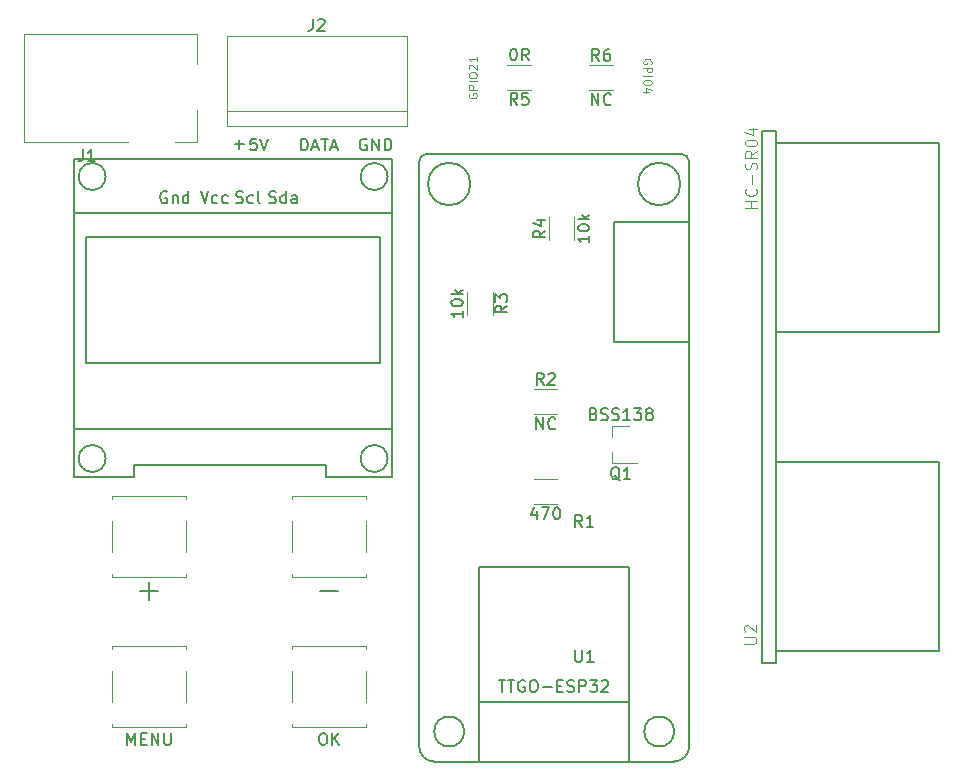
<source format=gbr>
G04 #@! TF.GenerationSoftware,KiCad,Pcbnew,(5.1.0)-1*
G04 #@! TF.CreationDate,2019-06-12T13:49:38+02:00*
G04 #@! TF.ProjectId,me-freeled,6d652d66-7265-4656-9c65-642e6b696361,rev?*
G04 #@! TF.SameCoordinates,Original*
G04 #@! TF.FileFunction,Legend,Top*
G04 #@! TF.FilePolarity,Positive*
%FSLAX46Y46*%
G04 Gerber Fmt 4.6, Leading zero omitted, Abs format (unit mm)*
G04 Created by KiCad (PCBNEW (5.1.0)-1) date 2019-06-12 13:49:38*
%MOMM*%
%LPD*%
G04 APERTURE LIST*
%ADD10C,0.100000*%
%ADD11C,0.150000*%
%ADD12C,0.120000*%
%ADD13C,0.127000*%
%ADD14C,0.200000*%
%ADD15C,0.050000*%
G04 APERTURE END LIST*
D10*
X74264000Y-56497666D02*
X74297333Y-56431000D01*
X74297333Y-56331000D01*
X74264000Y-56231000D01*
X74197333Y-56164333D01*
X74130666Y-56131000D01*
X73997333Y-56097666D01*
X73897333Y-56097666D01*
X73764000Y-56131000D01*
X73697333Y-56164333D01*
X73630666Y-56231000D01*
X73597333Y-56331000D01*
X73597333Y-56397666D01*
X73630666Y-56497666D01*
X73664000Y-56531000D01*
X73897333Y-56531000D01*
X73897333Y-56397666D01*
X73597333Y-56831000D02*
X74297333Y-56831000D01*
X74297333Y-57097666D01*
X74264000Y-57164333D01*
X74230666Y-57197666D01*
X74164000Y-57231000D01*
X74064000Y-57231000D01*
X73997333Y-57197666D01*
X73964000Y-57164333D01*
X73930666Y-57097666D01*
X73930666Y-56831000D01*
X73597333Y-57531000D02*
X74297333Y-57531000D01*
X74297333Y-57997666D02*
X74297333Y-58131000D01*
X74264000Y-58197666D01*
X74197333Y-58264333D01*
X74064000Y-58297666D01*
X73830666Y-58297666D01*
X73697333Y-58264333D01*
X73630666Y-58197666D01*
X73597333Y-58131000D01*
X73597333Y-57997666D01*
X73630666Y-57931000D01*
X73697333Y-57864333D01*
X73830666Y-57831000D01*
X74064000Y-57831000D01*
X74197333Y-57864333D01*
X74264000Y-57931000D01*
X74297333Y-57997666D01*
X74064000Y-58897666D02*
X73597333Y-58897666D01*
X74330666Y-58731000D02*
X73830666Y-58564333D01*
X73830666Y-58997666D01*
X58832000Y-59024666D02*
X58798666Y-59091333D01*
X58798666Y-59191333D01*
X58832000Y-59291333D01*
X58898666Y-59358000D01*
X58965333Y-59391333D01*
X59098666Y-59424666D01*
X59198666Y-59424666D01*
X59332000Y-59391333D01*
X59398666Y-59358000D01*
X59465333Y-59291333D01*
X59498666Y-59191333D01*
X59498666Y-59124666D01*
X59465333Y-59024666D01*
X59432000Y-58991333D01*
X59198666Y-58991333D01*
X59198666Y-59124666D01*
X59498666Y-58691333D02*
X58798666Y-58691333D01*
X58798666Y-58424666D01*
X58832000Y-58358000D01*
X58865333Y-58324666D01*
X58932000Y-58291333D01*
X59032000Y-58291333D01*
X59098666Y-58324666D01*
X59132000Y-58358000D01*
X59165333Y-58424666D01*
X59165333Y-58691333D01*
X59498666Y-57991333D02*
X58798666Y-57991333D01*
X58798666Y-57524666D02*
X58798666Y-57391333D01*
X58832000Y-57324666D01*
X58898666Y-57258000D01*
X59032000Y-57224666D01*
X59265333Y-57224666D01*
X59398666Y-57258000D01*
X59465333Y-57324666D01*
X59498666Y-57391333D01*
X59498666Y-57524666D01*
X59465333Y-57591333D01*
X59398666Y-57658000D01*
X59265333Y-57691333D01*
X59032000Y-57691333D01*
X58898666Y-57658000D01*
X58832000Y-57591333D01*
X58798666Y-57524666D01*
X58865333Y-56958000D02*
X58832000Y-56924666D01*
X58798666Y-56858000D01*
X58798666Y-56691333D01*
X58832000Y-56624666D01*
X58865333Y-56591333D01*
X58932000Y-56558000D01*
X58998666Y-56558000D01*
X59098666Y-56591333D01*
X59498666Y-56991333D01*
X59498666Y-56558000D01*
X59498666Y-55891333D02*
X59498666Y-56291333D01*
X59498666Y-56091333D02*
X58798666Y-56091333D01*
X58898666Y-56158000D01*
X58965333Y-56224666D01*
X58998666Y-56291333D01*
D11*
X50165095Y-62873000D02*
X50069857Y-62825380D01*
X49927000Y-62825380D01*
X49784142Y-62873000D01*
X49688904Y-62968238D01*
X49641285Y-63063476D01*
X49593666Y-63253952D01*
X49593666Y-63396809D01*
X49641285Y-63587285D01*
X49688904Y-63682523D01*
X49784142Y-63777761D01*
X49927000Y-63825380D01*
X50022238Y-63825380D01*
X50165095Y-63777761D01*
X50212714Y-63730142D01*
X50212714Y-63396809D01*
X50022238Y-63396809D01*
X50641285Y-63825380D02*
X50641285Y-62825380D01*
X51212714Y-63825380D01*
X51212714Y-62825380D01*
X51688904Y-63825380D02*
X51688904Y-62825380D01*
X51927000Y-62825380D01*
X52069857Y-62873000D01*
X52165095Y-62968238D01*
X52212714Y-63063476D01*
X52260333Y-63253952D01*
X52260333Y-63396809D01*
X52212714Y-63587285D01*
X52165095Y-63682523D01*
X52069857Y-63777761D01*
X51927000Y-63825380D01*
X51688904Y-63825380D01*
X44601000Y-63825380D02*
X44601000Y-62825380D01*
X44839095Y-62825380D01*
X44981952Y-62873000D01*
X45077190Y-62968238D01*
X45124809Y-63063476D01*
X45172428Y-63253952D01*
X45172428Y-63396809D01*
X45124809Y-63587285D01*
X45077190Y-63682523D01*
X44981952Y-63777761D01*
X44839095Y-63825380D01*
X44601000Y-63825380D01*
X45553380Y-63539666D02*
X46029571Y-63539666D01*
X45458142Y-63825380D02*
X45791476Y-62825380D01*
X46124809Y-63825380D01*
X46315285Y-62825380D02*
X46886714Y-62825380D01*
X46601000Y-63825380D02*
X46601000Y-62825380D01*
X47172428Y-63539666D02*
X47648619Y-63539666D01*
X47077190Y-63825380D02*
X47410523Y-62825380D01*
X47743857Y-63825380D01*
X38989047Y-63317428D02*
X39750952Y-63317428D01*
X39370000Y-63698380D02*
X39370000Y-62936476D01*
X40830523Y-62825380D02*
X40354333Y-62825380D01*
X40306714Y-63301571D01*
X40354333Y-63253952D01*
X40449571Y-63206333D01*
X40687666Y-63206333D01*
X40782904Y-63253952D01*
X40830523Y-63301571D01*
X40878142Y-63396809D01*
X40878142Y-63634904D01*
X40830523Y-63730142D01*
X40782904Y-63777761D01*
X40687666Y-63825380D01*
X40449571Y-63825380D01*
X40354333Y-63777761D01*
X40306714Y-63730142D01*
X41163857Y-62825380D02*
X41497190Y-63825380D01*
X41830523Y-62825380D01*
X52324000Y-64516000D02*
X52324000Y-91440000D01*
X25400000Y-64516000D02*
X52324000Y-64516000D01*
X25400000Y-91440000D02*
X25400000Y-64516000D01*
X51935923Y-66040000D02*
G75*
G03X51935923Y-66040000I-1135923J0D01*
G01*
X28059923Y-66040000D02*
G75*
G03X28059923Y-66040000I-1135923J0D01*
G01*
X28059923Y-89916000D02*
G75*
G03X28059923Y-89916000I-1135923J0D01*
G01*
X51935923Y-89916000D02*
G75*
G03X51935923Y-89916000I-1135923J0D01*
G01*
X25400000Y-87376000D02*
X25400000Y-69088000D01*
X52324000Y-87376000D02*
X25400000Y-87376000D01*
X52324000Y-69088000D02*
X52324000Y-87376000D01*
X25400000Y-69088000D02*
X52324000Y-69088000D01*
X26416000Y-81788000D02*
X26416000Y-71120000D01*
X51308000Y-81788000D02*
X26416000Y-81788000D01*
X51308000Y-71120000D02*
X51308000Y-81788000D01*
X26416000Y-71120000D02*
X51308000Y-71120000D01*
X46736000Y-90424000D02*
X46736000Y-91440000D01*
X30480000Y-90424000D02*
X46736000Y-90424000D01*
X30480000Y-91440000D02*
X30480000Y-90424000D01*
X25400000Y-91440000D02*
X30480000Y-91440000D01*
X46736000Y-91440000D02*
X52324000Y-91440000D01*
D12*
X34900000Y-95220000D02*
X34900000Y-97820000D01*
X28600000Y-99970000D02*
X28600000Y-99720000D01*
X34900000Y-99970000D02*
X28600000Y-99970000D01*
X34900000Y-99720000D02*
X34900000Y-99970000D01*
X28600000Y-97820000D02*
X28600000Y-95220000D01*
X34900000Y-93070000D02*
X34900000Y-93320000D01*
X28600000Y-93070000D02*
X34900000Y-93070000D01*
X28600000Y-93320000D02*
X28600000Y-93070000D01*
X43840000Y-93320000D02*
X43840000Y-93070000D01*
X43840000Y-93070000D02*
X50140000Y-93070000D01*
X50140000Y-93070000D02*
X50140000Y-93320000D01*
X43840000Y-97820000D02*
X43840000Y-95220000D01*
X50140000Y-99720000D02*
X50140000Y-99970000D01*
X50140000Y-99970000D02*
X43840000Y-99970000D01*
X43840000Y-99970000D02*
X43840000Y-99720000D01*
X50140000Y-95220000D02*
X50140000Y-97820000D01*
X50140000Y-107920000D02*
X50140000Y-110520000D01*
X43840000Y-112670000D02*
X43840000Y-112420000D01*
X50140000Y-112670000D02*
X43840000Y-112670000D01*
X50140000Y-112420000D02*
X50140000Y-112670000D01*
X43840000Y-110520000D02*
X43840000Y-107920000D01*
X50140000Y-105770000D02*
X50140000Y-106020000D01*
X43840000Y-105770000D02*
X50140000Y-105770000D01*
X43840000Y-106020000D02*
X43840000Y-105770000D01*
X28600000Y-106020000D02*
X28600000Y-105770000D01*
X28600000Y-105770000D02*
X34900000Y-105770000D01*
X34900000Y-105770000D02*
X34900000Y-106020000D01*
X28600000Y-110520000D02*
X28600000Y-107920000D01*
X34900000Y-112420000D02*
X34900000Y-112670000D01*
X34900000Y-112670000D02*
X28600000Y-112670000D01*
X28600000Y-112670000D02*
X28600000Y-112420000D01*
X34900000Y-107920000D02*
X34900000Y-110520000D01*
D11*
X77470000Y-64770000D02*
G75*
G03X76835000Y-64135000I-635000J0D01*
G01*
X55245000Y-64135000D02*
G75*
G03X54610000Y-64770000I0J-635000D01*
G01*
X76835000Y-64135000D02*
X55245000Y-64135000D01*
X77470000Y-80010000D02*
X71120000Y-80010000D01*
X71120000Y-80010000D02*
X71120000Y-69850000D01*
X71120000Y-69850000D02*
X77470000Y-69850000D01*
X72390000Y-110490000D02*
X72390000Y-99060000D01*
X72390000Y-99060000D02*
X59690000Y-99060000D01*
X59690000Y-99060000D02*
X59690000Y-110490000D01*
X72390000Y-115570000D02*
X72390000Y-110490000D01*
X72390000Y-110490000D02*
X59690000Y-110490000D01*
X59690000Y-110490000D02*
X59690000Y-115570000D01*
X58946051Y-66675000D02*
G75*
G03X58946051Y-66675000I-1796051J0D01*
G01*
X76726051Y-66675000D02*
G75*
G03X76726051Y-66675000I-1796051J0D01*
G01*
X76200000Y-113030000D02*
G75*
G03X76200000Y-113030000I-1270000J0D01*
G01*
X58420000Y-113030000D02*
G75*
G03X58420000Y-113030000I-1270000J0D01*
G01*
X54610000Y-114300000D02*
G75*
G03X55880000Y-115570000I1270000J0D01*
G01*
X76200000Y-115570000D02*
G75*
G03X77470000Y-114300000I0J1270000D01*
G01*
X76200000Y-115570000D02*
X55880000Y-115570000D01*
X77470000Y-114300000D02*
X77470000Y-64770000D01*
X54610000Y-64770000D02*
X54610000Y-114300000D01*
D12*
X64310000Y-91640000D02*
X66310000Y-91640000D01*
X66310000Y-93780000D02*
X64310000Y-93780000D01*
X64310000Y-84020000D02*
X66310000Y-84020000D01*
X66310000Y-86160000D02*
X64310000Y-86160000D01*
X35825000Y-53947000D02*
X35825000Y-56547000D01*
X21125000Y-53947000D02*
X35825000Y-53947000D01*
X35825000Y-63147000D02*
X33925000Y-63147000D01*
X35825000Y-60447000D02*
X35825000Y-63147000D01*
X21125000Y-63147000D02*
X21125000Y-53947000D01*
X29925000Y-63147000D02*
X21125000Y-63147000D01*
X70931500Y-87129500D02*
X72391500Y-87129500D01*
X70931500Y-90289500D02*
X73091500Y-90289500D01*
X70931500Y-90289500D02*
X70931500Y-89359500D01*
X70931500Y-87129500D02*
X70931500Y-88059500D01*
X58683500Y-77803500D02*
X58683500Y-75803500D01*
X60823500Y-75803500D02*
X60823500Y-77803500D01*
X65605000Y-71453000D02*
X65605000Y-69453000D01*
X67745000Y-69453000D02*
X67745000Y-71453000D01*
X62087000Y-56588000D02*
X64087000Y-56588000D01*
X64087000Y-58728000D02*
X62087000Y-58728000D01*
X69009000Y-56588000D02*
X71009000Y-56588000D01*
X71009000Y-58728000D02*
X69009000Y-58728000D01*
X38354000Y-61722000D02*
X53594000Y-61722000D01*
X38354000Y-54102000D02*
X53594000Y-54102000D01*
X38354000Y-60452000D02*
X53594000Y-60452000D01*
X53594000Y-61722000D02*
X53594000Y-54102000D01*
X38354000Y-61722000D02*
X38354000Y-54102000D01*
D13*
X98645000Y-106209000D02*
X98645000Y-90209000D01*
X98645000Y-79209000D02*
X98645000Y-63209000D01*
X84845000Y-62209000D02*
X84845000Y-63209000D01*
X84845000Y-63209000D02*
X84845000Y-79209000D01*
X84845000Y-79209000D02*
X84845000Y-90209000D01*
X84845000Y-90209000D02*
X84845000Y-106209000D01*
X84845000Y-106209000D02*
X84845000Y-107209000D01*
X84845000Y-107209000D02*
X83645000Y-107209000D01*
X83645000Y-107209000D02*
X83645000Y-62209000D01*
X83645000Y-62209000D02*
X84845000Y-62209000D01*
X84845000Y-106209000D02*
X98645000Y-106209000D01*
X84845000Y-63209000D02*
X98645000Y-63209000D01*
X84845000Y-90209000D02*
X98645000Y-90209000D01*
X84845000Y-79209000D02*
X98645000Y-79209000D01*
D11*
X33257142Y-67340000D02*
X33161904Y-67292380D01*
X33019047Y-67292380D01*
X32876190Y-67340000D01*
X32780952Y-67435238D01*
X32733333Y-67530476D01*
X32685714Y-67720952D01*
X32685714Y-67863809D01*
X32733333Y-68054285D01*
X32780952Y-68149523D01*
X32876190Y-68244761D01*
X33019047Y-68292380D01*
X33114285Y-68292380D01*
X33257142Y-68244761D01*
X33304761Y-68197142D01*
X33304761Y-67863809D01*
X33114285Y-67863809D01*
X33733333Y-67625714D02*
X33733333Y-68292380D01*
X33733333Y-67720952D02*
X33780952Y-67673333D01*
X33876190Y-67625714D01*
X34019047Y-67625714D01*
X34114285Y-67673333D01*
X34161904Y-67768571D01*
X34161904Y-68292380D01*
X35066666Y-68292380D02*
X35066666Y-67292380D01*
X35066666Y-68244761D02*
X34971428Y-68292380D01*
X34780952Y-68292380D01*
X34685714Y-68244761D01*
X34638095Y-68197142D01*
X34590476Y-68101904D01*
X34590476Y-67816190D01*
X34638095Y-67720952D01*
X34685714Y-67673333D01*
X34780952Y-67625714D01*
X34971428Y-67625714D01*
X35066666Y-67673333D01*
X36109523Y-67292380D02*
X36442857Y-68292380D01*
X36776190Y-67292380D01*
X37538095Y-68244761D02*
X37442857Y-68292380D01*
X37252380Y-68292380D01*
X37157142Y-68244761D01*
X37109523Y-68197142D01*
X37061904Y-68101904D01*
X37061904Y-67816190D01*
X37109523Y-67720952D01*
X37157142Y-67673333D01*
X37252380Y-67625714D01*
X37442857Y-67625714D01*
X37538095Y-67673333D01*
X38395238Y-68244761D02*
X38300000Y-68292380D01*
X38109523Y-68292380D01*
X38014285Y-68244761D01*
X37966666Y-68197142D01*
X37919047Y-68101904D01*
X37919047Y-67816190D01*
X37966666Y-67720952D01*
X38014285Y-67673333D01*
X38109523Y-67625714D01*
X38300000Y-67625714D01*
X38395238Y-67673333D01*
X39123809Y-68244761D02*
X39266666Y-68292380D01*
X39504761Y-68292380D01*
X39600000Y-68244761D01*
X39647619Y-68197142D01*
X39695238Y-68101904D01*
X39695238Y-68006666D01*
X39647619Y-67911428D01*
X39600000Y-67863809D01*
X39504761Y-67816190D01*
X39314285Y-67768571D01*
X39219047Y-67720952D01*
X39171428Y-67673333D01*
X39123809Y-67578095D01*
X39123809Y-67482857D01*
X39171428Y-67387619D01*
X39219047Y-67340000D01*
X39314285Y-67292380D01*
X39552380Y-67292380D01*
X39695238Y-67340000D01*
X40552380Y-68244761D02*
X40457142Y-68292380D01*
X40266666Y-68292380D01*
X40171428Y-68244761D01*
X40123809Y-68197142D01*
X40076190Y-68101904D01*
X40076190Y-67816190D01*
X40123809Y-67720952D01*
X40171428Y-67673333D01*
X40266666Y-67625714D01*
X40457142Y-67625714D01*
X40552380Y-67673333D01*
X41123809Y-68292380D02*
X41028571Y-68244761D01*
X40980952Y-68149523D01*
X40980952Y-67292380D01*
X41909523Y-68244761D02*
X42052380Y-68292380D01*
X42290476Y-68292380D01*
X42385714Y-68244761D01*
X42433333Y-68197142D01*
X42480952Y-68101904D01*
X42480952Y-68006666D01*
X42433333Y-67911428D01*
X42385714Y-67863809D01*
X42290476Y-67816190D01*
X42100000Y-67768571D01*
X42004761Y-67720952D01*
X41957142Y-67673333D01*
X41909523Y-67578095D01*
X41909523Y-67482857D01*
X41957142Y-67387619D01*
X42004761Y-67340000D01*
X42100000Y-67292380D01*
X42338095Y-67292380D01*
X42480952Y-67340000D01*
X43338095Y-68292380D02*
X43338095Y-67292380D01*
X43338095Y-68244761D02*
X43242857Y-68292380D01*
X43052380Y-68292380D01*
X42957142Y-68244761D01*
X42909523Y-68197142D01*
X42861904Y-68101904D01*
X42861904Y-67816190D01*
X42909523Y-67720952D01*
X42957142Y-67673333D01*
X43052380Y-67625714D01*
X43242857Y-67625714D01*
X43338095Y-67673333D01*
X44242857Y-68292380D02*
X44242857Y-67768571D01*
X44195238Y-67673333D01*
X44100000Y-67625714D01*
X43909523Y-67625714D01*
X43814285Y-67673333D01*
X44242857Y-68244761D02*
X44147619Y-68292380D01*
X43909523Y-68292380D01*
X43814285Y-68244761D01*
X43766666Y-68149523D01*
X43766666Y-68054285D01*
X43814285Y-67959047D01*
X43909523Y-67911428D01*
X44147619Y-67911428D01*
X44242857Y-67863809D01*
D14*
X30988095Y-101162857D02*
X32511904Y-101162857D01*
X31750000Y-101924761D02*
X31750000Y-100400952D01*
X46228095Y-101162857D02*
X47751904Y-101162857D01*
D11*
X46394761Y-113172380D02*
X46585238Y-113172380D01*
X46680476Y-113220000D01*
X46775714Y-113315238D01*
X46823333Y-113505714D01*
X46823333Y-113839047D01*
X46775714Y-114029523D01*
X46680476Y-114124761D01*
X46585238Y-114172380D01*
X46394761Y-114172380D01*
X46299523Y-114124761D01*
X46204285Y-114029523D01*
X46156666Y-113839047D01*
X46156666Y-113505714D01*
X46204285Y-113315238D01*
X46299523Y-113220000D01*
X46394761Y-113172380D01*
X47251904Y-114172380D02*
X47251904Y-113172380D01*
X47823333Y-114172380D02*
X47394761Y-113600952D01*
X47823333Y-113172380D02*
X47251904Y-113743809D01*
X29916666Y-114172380D02*
X29916666Y-113172380D01*
X30250000Y-113886666D01*
X30583333Y-113172380D01*
X30583333Y-114172380D01*
X31059523Y-113648571D02*
X31392857Y-113648571D01*
X31535714Y-114172380D02*
X31059523Y-114172380D01*
X31059523Y-113172380D01*
X31535714Y-113172380D01*
X31964285Y-114172380D02*
X31964285Y-113172380D01*
X32535714Y-114172380D01*
X32535714Y-113172380D01*
X33011904Y-113172380D02*
X33011904Y-113981904D01*
X33059523Y-114077142D01*
X33107142Y-114124761D01*
X33202380Y-114172380D01*
X33392857Y-114172380D01*
X33488095Y-114124761D01*
X33535714Y-114077142D01*
X33583333Y-113981904D01*
X33583333Y-113172380D01*
X67818095Y-106132380D02*
X67818095Y-106941904D01*
X67865714Y-107037142D01*
X67913333Y-107084761D01*
X68008571Y-107132380D01*
X68199047Y-107132380D01*
X68294285Y-107084761D01*
X68341904Y-107037142D01*
X68389523Y-106941904D01*
X68389523Y-106132380D01*
X69389523Y-107132380D02*
X68818095Y-107132380D01*
X69103809Y-107132380D02*
X69103809Y-106132380D01*
X69008571Y-106275238D01*
X68913333Y-106370476D01*
X68818095Y-106418095D01*
X61349523Y-108672380D02*
X61920952Y-108672380D01*
X61635238Y-109672380D02*
X61635238Y-108672380D01*
X62111428Y-108672380D02*
X62682857Y-108672380D01*
X62397142Y-109672380D02*
X62397142Y-108672380D01*
X63540000Y-108720000D02*
X63444761Y-108672380D01*
X63301904Y-108672380D01*
X63159047Y-108720000D01*
X63063809Y-108815238D01*
X63016190Y-108910476D01*
X62968571Y-109100952D01*
X62968571Y-109243809D01*
X63016190Y-109434285D01*
X63063809Y-109529523D01*
X63159047Y-109624761D01*
X63301904Y-109672380D01*
X63397142Y-109672380D01*
X63540000Y-109624761D01*
X63587619Y-109577142D01*
X63587619Y-109243809D01*
X63397142Y-109243809D01*
X64206666Y-108672380D02*
X64397142Y-108672380D01*
X64492380Y-108720000D01*
X64587619Y-108815238D01*
X64635238Y-109005714D01*
X64635238Y-109339047D01*
X64587619Y-109529523D01*
X64492380Y-109624761D01*
X64397142Y-109672380D01*
X64206666Y-109672380D01*
X64111428Y-109624761D01*
X64016190Y-109529523D01*
X63968571Y-109339047D01*
X63968571Y-109005714D01*
X64016190Y-108815238D01*
X64111428Y-108720000D01*
X64206666Y-108672380D01*
X65063809Y-109291428D02*
X65825714Y-109291428D01*
X66301904Y-109148571D02*
X66635238Y-109148571D01*
X66778095Y-109672380D02*
X66301904Y-109672380D01*
X66301904Y-108672380D01*
X66778095Y-108672380D01*
X67159047Y-109624761D02*
X67301904Y-109672380D01*
X67540000Y-109672380D01*
X67635238Y-109624761D01*
X67682857Y-109577142D01*
X67730476Y-109481904D01*
X67730476Y-109386666D01*
X67682857Y-109291428D01*
X67635238Y-109243809D01*
X67540000Y-109196190D01*
X67349523Y-109148571D01*
X67254285Y-109100952D01*
X67206666Y-109053333D01*
X67159047Y-108958095D01*
X67159047Y-108862857D01*
X67206666Y-108767619D01*
X67254285Y-108720000D01*
X67349523Y-108672380D01*
X67587619Y-108672380D01*
X67730476Y-108720000D01*
X68159047Y-109672380D02*
X68159047Y-108672380D01*
X68540000Y-108672380D01*
X68635238Y-108720000D01*
X68682857Y-108767619D01*
X68730476Y-108862857D01*
X68730476Y-109005714D01*
X68682857Y-109100952D01*
X68635238Y-109148571D01*
X68540000Y-109196190D01*
X68159047Y-109196190D01*
X69063809Y-108672380D02*
X69682857Y-108672380D01*
X69349523Y-109053333D01*
X69492380Y-109053333D01*
X69587619Y-109100952D01*
X69635238Y-109148571D01*
X69682857Y-109243809D01*
X69682857Y-109481904D01*
X69635238Y-109577142D01*
X69587619Y-109624761D01*
X69492380Y-109672380D01*
X69206666Y-109672380D01*
X69111428Y-109624761D01*
X69063809Y-109577142D01*
X70063809Y-108767619D02*
X70111428Y-108720000D01*
X70206666Y-108672380D01*
X70444761Y-108672380D01*
X70540000Y-108720000D01*
X70587619Y-108767619D01*
X70635238Y-108862857D01*
X70635238Y-108958095D01*
X70587619Y-109100952D01*
X70016190Y-109672380D01*
X70635238Y-109672380D01*
X68413333Y-95702380D02*
X68080000Y-95226190D01*
X67841904Y-95702380D02*
X67841904Y-94702380D01*
X68222857Y-94702380D01*
X68318095Y-94750000D01*
X68365714Y-94797619D01*
X68413333Y-94892857D01*
X68413333Y-95035714D01*
X68365714Y-95130952D01*
X68318095Y-95178571D01*
X68222857Y-95226190D01*
X67841904Y-95226190D01*
X69365714Y-95702380D02*
X68794285Y-95702380D01*
X69080000Y-95702380D02*
X69080000Y-94702380D01*
X68984761Y-94845238D01*
X68889523Y-94940476D01*
X68794285Y-94988095D01*
X64548095Y-94395714D02*
X64548095Y-95062380D01*
X64310000Y-94014761D02*
X64071904Y-94729047D01*
X64690952Y-94729047D01*
X64976666Y-94062380D02*
X65643333Y-94062380D01*
X65214761Y-95062380D01*
X66214761Y-94062380D02*
X66310000Y-94062380D01*
X66405238Y-94110000D01*
X66452857Y-94157619D01*
X66500476Y-94252857D01*
X66548095Y-94443333D01*
X66548095Y-94681428D01*
X66500476Y-94871904D01*
X66452857Y-94967142D01*
X66405238Y-95014761D01*
X66310000Y-95062380D01*
X66214761Y-95062380D01*
X66119523Y-95014761D01*
X66071904Y-94967142D01*
X66024285Y-94871904D01*
X65976666Y-94681428D01*
X65976666Y-94443333D01*
X66024285Y-94252857D01*
X66071904Y-94157619D01*
X66119523Y-94110000D01*
X66214761Y-94062380D01*
X65143333Y-83692380D02*
X64810000Y-83216190D01*
X64571904Y-83692380D02*
X64571904Y-82692380D01*
X64952857Y-82692380D01*
X65048095Y-82740000D01*
X65095714Y-82787619D01*
X65143333Y-82882857D01*
X65143333Y-83025714D01*
X65095714Y-83120952D01*
X65048095Y-83168571D01*
X64952857Y-83216190D01*
X64571904Y-83216190D01*
X65524285Y-82787619D02*
X65571904Y-82740000D01*
X65667142Y-82692380D01*
X65905238Y-82692380D01*
X66000476Y-82740000D01*
X66048095Y-82787619D01*
X66095714Y-82882857D01*
X66095714Y-82978095D01*
X66048095Y-83120952D01*
X65476666Y-83692380D01*
X66095714Y-83692380D01*
X64524285Y-87442380D02*
X64524285Y-86442380D01*
X65095714Y-87442380D01*
X65095714Y-86442380D01*
X66143333Y-87347142D02*
X66095714Y-87394761D01*
X65952857Y-87442380D01*
X65857619Y-87442380D01*
X65714761Y-87394761D01*
X65619523Y-87299523D01*
X65571904Y-87204285D01*
X65524285Y-87013809D01*
X65524285Y-86870952D01*
X65571904Y-86680476D01*
X65619523Y-86585238D01*
X65714761Y-86490000D01*
X65857619Y-86442380D01*
X65952857Y-86442380D01*
X66095714Y-86490000D01*
X66143333Y-86537619D01*
X26141666Y-63749380D02*
X26141666Y-64463666D01*
X26094047Y-64606523D01*
X25998809Y-64701761D01*
X25855952Y-64749380D01*
X25760714Y-64749380D01*
X27141666Y-64749380D02*
X26570238Y-64749380D01*
X26855952Y-64749380D02*
X26855952Y-63749380D01*
X26760714Y-63892238D01*
X26665476Y-63987476D01*
X26570238Y-64035095D01*
X71596261Y-91757119D02*
X71501023Y-91709500D01*
X71405785Y-91614261D01*
X71262928Y-91471404D01*
X71167690Y-91423785D01*
X71072452Y-91423785D01*
X71120071Y-91661880D02*
X71024833Y-91614261D01*
X70929595Y-91519023D01*
X70881976Y-91328547D01*
X70881976Y-90995214D01*
X70929595Y-90804738D01*
X71024833Y-90709500D01*
X71120071Y-90661880D01*
X71310547Y-90661880D01*
X71405785Y-90709500D01*
X71501023Y-90804738D01*
X71548642Y-90995214D01*
X71548642Y-91328547D01*
X71501023Y-91519023D01*
X71405785Y-91614261D01*
X71310547Y-91661880D01*
X71120071Y-91661880D01*
X72501023Y-91661880D02*
X71929595Y-91661880D01*
X72215309Y-91661880D02*
X72215309Y-90661880D01*
X72120071Y-90804738D01*
X72024833Y-90899976D01*
X71929595Y-90947595D01*
X69381976Y-86138071D02*
X69524833Y-86185690D01*
X69572452Y-86233309D01*
X69620071Y-86328547D01*
X69620071Y-86471404D01*
X69572452Y-86566642D01*
X69524833Y-86614261D01*
X69429595Y-86661880D01*
X69048642Y-86661880D01*
X69048642Y-85661880D01*
X69381976Y-85661880D01*
X69477214Y-85709500D01*
X69524833Y-85757119D01*
X69572452Y-85852357D01*
X69572452Y-85947595D01*
X69524833Y-86042833D01*
X69477214Y-86090452D01*
X69381976Y-86138071D01*
X69048642Y-86138071D01*
X70001023Y-86614261D02*
X70143880Y-86661880D01*
X70381976Y-86661880D01*
X70477214Y-86614261D01*
X70524833Y-86566642D01*
X70572452Y-86471404D01*
X70572452Y-86376166D01*
X70524833Y-86280928D01*
X70477214Y-86233309D01*
X70381976Y-86185690D01*
X70191500Y-86138071D01*
X70096261Y-86090452D01*
X70048642Y-86042833D01*
X70001023Y-85947595D01*
X70001023Y-85852357D01*
X70048642Y-85757119D01*
X70096261Y-85709500D01*
X70191500Y-85661880D01*
X70429595Y-85661880D01*
X70572452Y-85709500D01*
X70953404Y-86614261D02*
X71096261Y-86661880D01*
X71334357Y-86661880D01*
X71429595Y-86614261D01*
X71477214Y-86566642D01*
X71524833Y-86471404D01*
X71524833Y-86376166D01*
X71477214Y-86280928D01*
X71429595Y-86233309D01*
X71334357Y-86185690D01*
X71143880Y-86138071D01*
X71048642Y-86090452D01*
X71001023Y-86042833D01*
X70953404Y-85947595D01*
X70953404Y-85852357D01*
X71001023Y-85757119D01*
X71048642Y-85709500D01*
X71143880Y-85661880D01*
X71381976Y-85661880D01*
X71524833Y-85709500D01*
X72477214Y-86661880D02*
X71905785Y-86661880D01*
X72191500Y-86661880D02*
X72191500Y-85661880D01*
X72096261Y-85804738D01*
X72001023Y-85899976D01*
X71905785Y-85947595D01*
X72810547Y-85661880D02*
X73429595Y-85661880D01*
X73096261Y-86042833D01*
X73239119Y-86042833D01*
X73334357Y-86090452D01*
X73381976Y-86138071D01*
X73429595Y-86233309D01*
X73429595Y-86471404D01*
X73381976Y-86566642D01*
X73334357Y-86614261D01*
X73239119Y-86661880D01*
X72953404Y-86661880D01*
X72858166Y-86614261D01*
X72810547Y-86566642D01*
X74001023Y-86090452D02*
X73905785Y-86042833D01*
X73858166Y-85995214D01*
X73810547Y-85899976D01*
X73810547Y-85852357D01*
X73858166Y-85757119D01*
X73905785Y-85709500D01*
X74001023Y-85661880D01*
X74191500Y-85661880D01*
X74286738Y-85709500D01*
X74334357Y-85757119D01*
X74381976Y-85852357D01*
X74381976Y-85899976D01*
X74334357Y-85995214D01*
X74286738Y-86042833D01*
X74191500Y-86090452D01*
X74001023Y-86090452D01*
X73905785Y-86138071D01*
X73858166Y-86185690D01*
X73810547Y-86280928D01*
X73810547Y-86471404D01*
X73858166Y-86566642D01*
X73905785Y-86614261D01*
X74001023Y-86661880D01*
X74191500Y-86661880D01*
X74286738Y-86614261D01*
X74334357Y-86566642D01*
X74381976Y-86471404D01*
X74381976Y-86280928D01*
X74334357Y-86185690D01*
X74286738Y-86138071D01*
X74191500Y-86090452D01*
X62055880Y-76970166D02*
X61579690Y-77303500D01*
X62055880Y-77541595D02*
X61055880Y-77541595D01*
X61055880Y-77160642D01*
X61103500Y-77065404D01*
X61151119Y-77017785D01*
X61246357Y-76970166D01*
X61389214Y-76970166D01*
X61484452Y-77017785D01*
X61532071Y-77065404D01*
X61579690Y-77160642D01*
X61579690Y-77541595D01*
X61055880Y-76636833D02*
X61055880Y-76017785D01*
X61436833Y-76351119D01*
X61436833Y-76208261D01*
X61484452Y-76113023D01*
X61532071Y-76065404D01*
X61627309Y-76017785D01*
X61865404Y-76017785D01*
X61960642Y-76065404D01*
X62008261Y-76113023D01*
X62055880Y-76208261D01*
X62055880Y-76493976D01*
X62008261Y-76589214D01*
X61960642Y-76636833D01*
X58305880Y-77398738D02*
X58305880Y-77970166D01*
X58305880Y-77684452D02*
X57305880Y-77684452D01*
X57448738Y-77779690D01*
X57543976Y-77874928D01*
X57591595Y-77970166D01*
X57305880Y-76779690D02*
X57305880Y-76684452D01*
X57353500Y-76589214D01*
X57401119Y-76541595D01*
X57496357Y-76493976D01*
X57686833Y-76446357D01*
X57924928Y-76446357D01*
X58115404Y-76493976D01*
X58210642Y-76541595D01*
X58258261Y-76589214D01*
X58305880Y-76684452D01*
X58305880Y-76779690D01*
X58258261Y-76874928D01*
X58210642Y-76922547D01*
X58115404Y-76970166D01*
X57924928Y-77017785D01*
X57686833Y-77017785D01*
X57496357Y-76970166D01*
X57401119Y-76922547D01*
X57353500Y-76874928D01*
X57305880Y-76779690D01*
X58305880Y-76017785D02*
X57305880Y-76017785D01*
X57924928Y-75922547D02*
X58305880Y-75636833D01*
X57639214Y-75636833D02*
X58020166Y-76017785D01*
X65277380Y-70619666D02*
X64801190Y-70953000D01*
X65277380Y-71191095D02*
X64277380Y-71191095D01*
X64277380Y-70810142D01*
X64325000Y-70714904D01*
X64372619Y-70667285D01*
X64467857Y-70619666D01*
X64610714Y-70619666D01*
X64705952Y-70667285D01*
X64753571Y-70714904D01*
X64801190Y-70810142D01*
X64801190Y-71191095D01*
X64610714Y-69762523D02*
X65277380Y-69762523D01*
X64229761Y-70000619D02*
X64944047Y-70238714D01*
X64944047Y-69619666D01*
X69027380Y-71048238D02*
X69027380Y-71619666D01*
X69027380Y-71333952D02*
X68027380Y-71333952D01*
X68170238Y-71429190D01*
X68265476Y-71524428D01*
X68313095Y-71619666D01*
X68027380Y-70429190D02*
X68027380Y-70333952D01*
X68075000Y-70238714D01*
X68122619Y-70191095D01*
X68217857Y-70143476D01*
X68408333Y-70095857D01*
X68646428Y-70095857D01*
X68836904Y-70143476D01*
X68932142Y-70191095D01*
X68979761Y-70238714D01*
X69027380Y-70333952D01*
X69027380Y-70429190D01*
X68979761Y-70524428D01*
X68932142Y-70572047D01*
X68836904Y-70619666D01*
X68646428Y-70667285D01*
X68408333Y-70667285D01*
X68217857Y-70619666D01*
X68122619Y-70572047D01*
X68075000Y-70524428D01*
X68027380Y-70429190D01*
X69027380Y-69667285D02*
X68027380Y-69667285D01*
X68646428Y-69572047D02*
X69027380Y-69286333D01*
X68360714Y-69286333D02*
X68741666Y-69667285D01*
X62920333Y-59960380D02*
X62587000Y-59484190D01*
X62348904Y-59960380D02*
X62348904Y-58960380D01*
X62729857Y-58960380D01*
X62825095Y-59008000D01*
X62872714Y-59055619D01*
X62920333Y-59150857D01*
X62920333Y-59293714D01*
X62872714Y-59388952D01*
X62825095Y-59436571D01*
X62729857Y-59484190D01*
X62348904Y-59484190D01*
X63825095Y-58960380D02*
X63348904Y-58960380D01*
X63301285Y-59436571D01*
X63348904Y-59388952D01*
X63444142Y-59341333D01*
X63682238Y-59341333D01*
X63777476Y-59388952D01*
X63825095Y-59436571D01*
X63872714Y-59531809D01*
X63872714Y-59769904D01*
X63825095Y-59865142D01*
X63777476Y-59912761D01*
X63682238Y-59960380D01*
X63444142Y-59960380D01*
X63348904Y-59912761D01*
X63301285Y-59865142D01*
X62539380Y-55210380D02*
X62634619Y-55210380D01*
X62729857Y-55258000D01*
X62777476Y-55305619D01*
X62825095Y-55400857D01*
X62872714Y-55591333D01*
X62872714Y-55829428D01*
X62825095Y-56019904D01*
X62777476Y-56115142D01*
X62729857Y-56162761D01*
X62634619Y-56210380D01*
X62539380Y-56210380D01*
X62444142Y-56162761D01*
X62396523Y-56115142D01*
X62348904Y-56019904D01*
X62301285Y-55829428D01*
X62301285Y-55591333D01*
X62348904Y-55400857D01*
X62396523Y-55305619D01*
X62444142Y-55258000D01*
X62539380Y-55210380D01*
X63872714Y-56210380D02*
X63539380Y-55734190D01*
X63301285Y-56210380D02*
X63301285Y-55210380D01*
X63682238Y-55210380D01*
X63777476Y-55258000D01*
X63825095Y-55305619D01*
X63872714Y-55400857D01*
X63872714Y-55543714D01*
X63825095Y-55638952D01*
X63777476Y-55686571D01*
X63682238Y-55734190D01*
X63301285Y-55734190D01*
X69842333Y-56260380D02*
X69509000Y-55784190D01*
X69270904Y-56260380D02*
X69270904Y-55260380D01*
X69651857Y-55260380D01*
X69747095Y-55308000D01*
X69794714Y-55355619D01*
X69842333Y-55450857D01*
X69842333Y-55593714D01*
X69794714Y-55688952D01*
X69747095Y-55736571D01*
X69651857Y-55784190D01*
X69270904Y-55784190D01*
X70699476Y-55260380D02*
X70509000Y-55260380D01*
X70413761Y-55308000D01*
X70366142Y-55355619D01*
X70270904Y-55498476D01*
X70223285Y-55688952D01*
X70223285Y-56069904D01*
X70270904Y-56165142D01*
X70318523Y-56212761D01*
X70413761Y-56260380D01*
X70604238Y-56260380D01*
X70699476Y-56212761D01*
X70747095Y-56165142D01*
X70794714Y-56069904D01*
X70794714Y-55831809D01*
X70747095Y-55736571D01*
X70699476Y-55688952D01*
X70604238Y-55641333D01*
X70413761Y-55641333D01*
X70318523Y-55688952D01*
X70270904Y-55736571D01*
X70223285Y-55831809D01*
X69223285Y-60010380D02*
X69223285Y-59010380D01*
X69794714Y-60010380D01*
X69794714Y-59010380D01*
X70842333Y-59915142D02*
X70794714Y-59962761D01*
X70651857Y-60010380D01*
X70556619Y-60010380D01*
X70413761Y-59962761D01*
X70318523Y-59867523D01*
X70270904Y-59772285D01*
X70223285Y-59581809D01*
X70223285Y-59438952D01*
X70270904Y-59248476D01*
X70318523Y-59153238D01*
X70413761Y-59058000D01*
X70556619Y-59010380D01*
X70651857Y-59010380D01*
X70794714Y-59058000D01*
X70842333Y-59105619D01*
X45610666Y-52714380D02*
X45610666Y-53428666D01*
X45563047Y-53571523D01*
X45467809Y-53666761D01*
X45324952Y-53714380D01*
X45229714Y-53714380D01*
X46039238Y-52809619D02*
X46086857Y-52762000D01*
X46182095Y-52714380D01*
X46420190Y-52714380D01*
X46515428Y-52762000D01*
X46563047Y-52809619D01*
X46610666Y-52904857D01*
X46610666Y-53000095D01*
X46563047Y-53142952D01*
X45991619Y-53714380D01*
X46610666Y-53714380D01*
D15*
X82143806Y-105591700D02*
X82953750Y-105591700D01*
X83049038Y-105544057D01*
X83096682Y-105496413D01*
X83144326Y-105401125D01*
X83144326Y-105210550D01*
X83096682Y-105115262D01*
X83049038Y-105067619D01*
X82953750Y-105019975D01*
X82143806Y-105019975D01*
X82239093Y-104591180D02*
X82191450Y-104543537D01*
X82143806Y-104448249D01*
X82143806Y-104210030D01*
X82191450Y-104114742D01*
X82239093Y-104067099D01*
X82334381Y-104019455D01*
X82429669Y-104019455D01*
X82572600Y-104067099D01*
X83144326Y-104638824D01*
X83144326Y-104019455D01*
X83198845Y-68690266D02*
X82197155Y-68690266D01*
X82674150Y-68690266D02*
X82674150Y-68117872D01*
X83198845Y-68117872D02*
X82197155Y-68117872D01*
X83103446Y-67068482D02*
X83151145Y-67116182D01*
X83198845Y-67259280D01*
X83198845Y-67354680D01*
X83151145Y-67497778D01*
X83055746Y-67593177D01*
X82960347Y-67640877D01*
X82769549Y-67688576D01*
X82626451Y-67688576D01*
X82435653Y-67640877D01*
X82340254Y-67593177D01*
X82244855Y-67497778D01*
X82197155Y-67354680D01*
X82197155Y-67259280D01*
X82244855Y-67116182D01*
X82292554Y-67068482D01*
X82817249Y-66639187D02*
X82817249Y-65875994D01*
X83151145Y-65446699D02*
X83198845Y-65303600D01*
X83198845Y-65065102D01*
X83151145Y-64969703D01*
X83103446Y-64922004D01*
X83008047Y-64874304D01*
X82912648Y-64874304D01*
X82817249Y-64922004D01*
X82769549Y-64969703D01*
X82721850Y-65065102D01*
X82674150Y-65255900D01*
X82626451Y-65351300D01*
X82578751Y-65398999D01*
X82483352Y-65446699D01*
X82387953Y-65446699D01*
X82292554Y-65398999D01*
X82244855Y-65351300D01*
X82197155Y-65255900D01*
X82197155Y-65017403D01*
X82244855Y-64874304D01*
X83198845Y-63872614D02*
X82721850Y-64206511D01*
X83198845Y-64445009D02*
X82197155Y-64445009D01*
X82197155Y-64063412D01*
X82244855Y-63968013D01*
X82292554Y-63920314D01*
X82387953Y-63872614D01*
X82531052Y-63872614D01*
X82626451Y-63920314D01*
X82674150Y-63968013D01*
X82721850Y-64063412D01*
X82721850Y-64445009D01*
X82197155Y-63252520D02*
X82197155Y-63157121D01*
X82244855Y-63061722D01*
X82292554Y-63014023D01*
X82387953Y-62966323D01*
X82578751Y-62918624D01*
X82817249Y-62918624D01*
X83008047Y-62966323D01*
X83103446Y-63014023D01*
X83151145Y-63061722D01*
X83198845Y-63157121D01*
X83198845Y-63252520D01*
X83151145Y-63347920D01*
X83103446Y-63395619D01*
X83008047Y-63443319D01*
X82817249Y-63491018D01*
X82578751Y-63491018D01*
X82387953Y-63443319D01*
X82292554Y-63395619D01*
X82244855Y-63347920D01*
X82197155Y-63252520D01*
X82531052Y-62060032D02*
X83198845Y-62060032D01*
X82149455Y-62298530D02*
X82864948Y-62537028D01*
X82864948Y-61916934D01*
M02*

</source>
